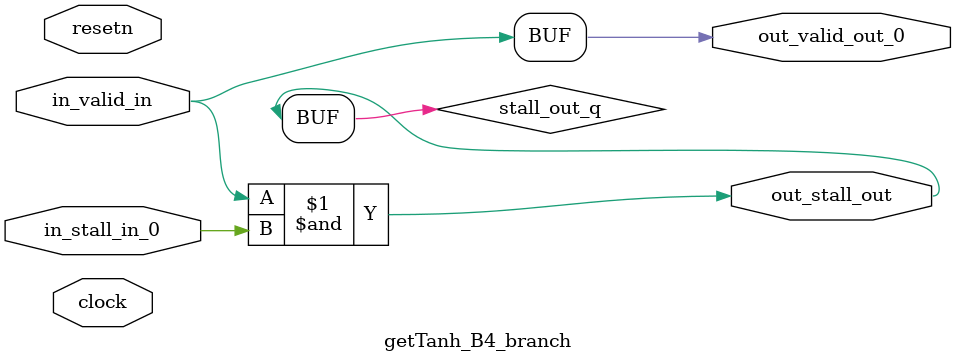
<source format=sv>



(* altera_attribute = "-name AUTO_SHIFT_REGISTER_RECOGNITION OFF; -name MESSAGE_DISABLE 10036; -name MESSAGE_DISABLE 10037; -name MESSAGE_DISABLE 14130; -name MESSAGE_DISABLE 14320; -name MESSAGE_DISABLE 15400; -name MESSAGE_DISABLE 14130; -name MESSAGE_DISABLE 10036; -name MESSAGE_DISABLE 12020; -name MESSAGE_DISABLE 12030; -name MESSAGE_DISABLE 12010; -name MESSAGE_DISABLE 12110; -name MESSAGE_DISABLE 14320; -name MESSAGE_DISABLE 13410; -name MESSAGE_DISABLE 113007; -name MESSAGE_DISABLE 10958" *)
module getTanh_B4_branch (
    input wire [0:0] in_stall_in_0,
    input wire [0:0] in_valid_in,
    output wire [0:0] out_stall_out,
    output wire [0:0] out_valid_out_0,
    input wire clock,
    input wire resetn
    );

    wire [0:0] stall_out_q;


    // stall_out(LOGICAL,6)
    assign stall_out_q = in_valid_in & in_stall_in_0;

    // out_stall_out(GPOUT,4)
    assign out_stall_out = stall_out_q;

    // out_valid_out_0(GPOUT,5)
    assign out_valid_out_0 = in_valid_in;

endmodule

</source>
